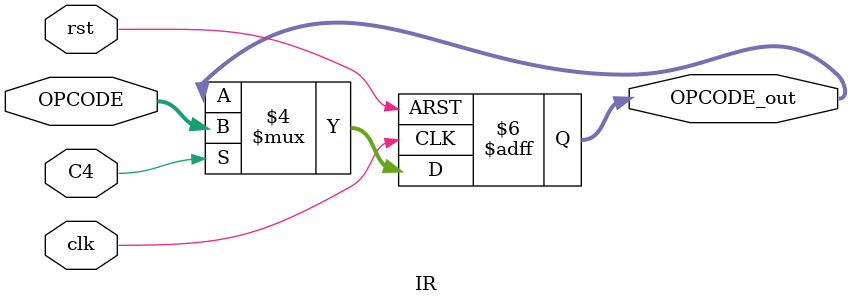
<source format=v>
module IR(
	input clk,
	input rst,
	 (*dont_touch = "true" *)input C4,
	 (*dont_touch = "true" *)input [7:0] OPCODE,
	 (*dont_touch = "true" *)output reg[7:0] OPCODE_out
	);

	always @(negedge clk or negedge rst) begin
        if (~rst) 
        begin
        OPCODE_out = 8'b00000000;
        end
        else
			begin
				if(C4 == 1'b1)
					begin
						OPCODE_out[7:0] <= OPCODE[7:0];
					end
					else
                                    begin
                                    end
			end
		
	end
endmodule

</source>
